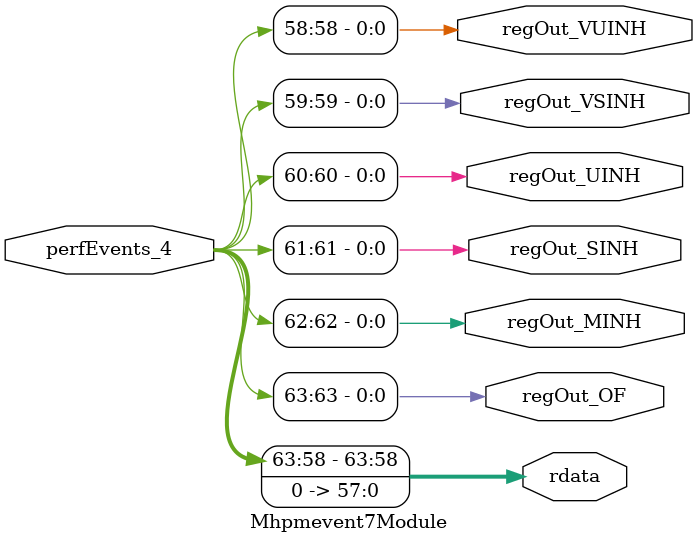
<source format=v>
module Mhpmevent7Module(
  output [63:0] rdata,
  output        regOut_OF,
  output        regOut_MINH,
  output        regOut_SINH,
  output        regOut_UINH,
  output        regOut_VSINH,
  output        regOut_VUINH,
  input  [63:0] perfEvents_4
);

  assign rdata = {perfEvents_4[63:58], 58'h0};
  assign regOut_OF = perfEvents_4[63];
  assign regOut_MINH = perfEvents_4[62];
  assign regOut_SINH = perfEvents_4[61];
  assign regOut_UINH = perfEvents_4[60];
  assign regOut_VSINH = perfEvents_4[59];
  assign regOut_VUINH = perfEvents_4[58];
endmodule


</source>
